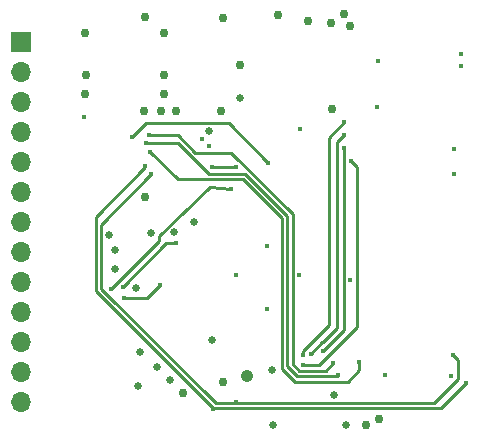
<source format=gbr>
%TF.GenerationSoftware,KiCad,Pcbnew,(5.1.6-0-10_14)*%
%TF.CreationDate,2020-07-08T18:10:58+02:00*%
%TF.ProjectId,driver-board,64726976-6572-42d6-926f-6172642e6b69,rev?*%
%TF.SameCoordinates,Original*%
%TF.FileFunction,Copper,L4,Bot*%
%TF.FilePolarity,Positive*%
%FSLAX46Y46*%
G04 Gerber Fmt 4.6, Leading zero omitted, Abs format (unit mm)*
G04 Created by KiCad (PCBNEW (5.1.6-0-10_14)) date 2020-07-08 18:10:58*
%MOMM*%
%LPD*%
G01*
G04 APERTURE LIST*
%TA.AperFunction,ComponentPad*%
%ADD10R,1.700000X1.700000*%
%TD*%
%TA.AperFunction,ComponentPad*%
%ADD11O,1.700000X1.700000*%
%TD*%
%TA.AperFunction,ViaPad*%
%ADD12C,0.750000*%
%TD*%
%TA.AperFunction,ViaPad*%
%ADD13C,0.450000*%
%TD*%
%TA.AperFunction,ViaPad*%
%ADD14C,0.650000*%
%TD*%
%TA.AperFunction,Conductor*%
%ADD15C,1.000000*%
%TD*%
%TA.AperFunction,Conductor*%
%ADD16C,0.250000*%
%TD*%
G04 APERTURE END LIST*
D10*
%TO.P,J1,1*%
%TO.N,+5V*%
X112200000Y-51100000D03*
D11*
%TO.P,J1,2*%
%TO.N,VCC*%
X112200000Y-53640000D03*
%TO.P,J1,3*%
%TO.N,GND*%
X112200000Y-56180000D03*
%TO.P,J1,4*%
%TO.N,SCK*%
X112200000Y-58720000D03*
%TO.P,J1,5*%
%TO.N,SDI*%
X112200000Y-61260000D03*
%TO.P,J1,6*%
%TO.N,SDO*%
X112200000Y-63800000D03*
%TO.P,J1,7*%
%TO.N,CS1*%
X112200000Y-66340000D03*
%TO.P,J1,8*%
%TO.N,CS2*%
X112200000Y-68880000D03*
%TO.P,J1,9*%
%TO.N,DC*%
X112200000Y-71420000D03*
%TO.P,J1,10*%
%TO.N,AUDIO*%
X112200000Y-73960000D03*
%TO.P,J1,11*%
%TO.N,IRQ*%
X112200000Y-76500000D03*
%TO.P,J1,12*%
%TO.N,FTRES*%
X112200000Y-79040000D03*
%TO.P,J1,13*%
%TO.N,DISPRES*%
X112200000Y-81580000D03*
%TD*%
D12*
%TO.N,+3V0*%
X122600000Y-56900000D03*
D13*
X127500000Y-59300000D03*
X128100000Y-59900000D03*
D12*
X125300000Y-56900000D03*
X124000000Y-56900000D03*
D14*
X120100000Y-68700000D03*
X123200000Y-67300000D03*
X133500000Y-83500000D03*
X126800000Y-66300000D03*
D13*
X143000000Y-79285002D03*
D12*
X141400000Y-83525000D03*
X142475000Y-83050000D03*
X129300000Y-79850000D03*
D14*
X128300000Y-76300000D03*
%TO.N,GND*%
X123700000Y-78600000D03*
X124800000Y-79700000D03*
D12*
X125900000Y-80800000D03*
D14*
X122200000Y-77300000D03*
X121900000Y-71900000D03*
X120100000Y-70300000D03*
X119600000Y-67400000D03*
X125100000Y-67200000D03*
D13*
X117500000Y-57400000D03*
D12*
X117600000Y-50300000D03*
X117700000Y-53900000D03*
X124300000Y-50300000D03*
X124300000Y-53900000D03*
X124300000Y-55500000D03*
X117600000Y-55500000D03*
X130700000Y-53000000D03*
D14*
X128100000Y-58600000D03*
X139700000Y-83500000D03*
X138700000Y-81000000D03*
D13*
X149400000Y-52100000D03*
X142400000Y-52700000D03*
X149400000Y-53100000D03*
X130400001Y-70800000D03*
X133000000Y-68325128D03*
X133000000Y-73700000D03*
X135700000Y-70800000D03*
X140050010Y-71200000D03*
X142300000Y-56600000D03*
X148600000Y-79400000D03*
D14*
X133400000Y-78900000D03*
D13*
X148800000Y-62300000D03*
X148825000Y-60125000D03*
D12*
X139975000Y-49700000D03*
D14*
X122100000Y-80200000D03*
D12*
X139550000Y-48750000D03*
X138400000Y-49525000D03*
X138500000Y-56775000D03*
D14*
X130700000Y-55850000D03*
D13*
X135750000Y-58450000D03*
D12*
%TO.N,VCC*%
X122700000Y-64200000D03*
%TO.N,+5V*%
X122700000Y-49000000D03*
X129300000Y-49100000D03*
X133900000Y-48800000D03*
X136500000Y-49300000D03*
%TO.N,+3V3*%
X129100000Y-56900000D03*
X131300000Y-79400000D03*
D13*
%TO.N,AUDIO*%
X119800000Y-72000000D03*
X129900000Y-63500000D03*
%TO.N,DC_3V*%
X148700000Y-77600000D03*
X123200000Y-62300000D03*
X130324999Y-81550011D03*
%TO.N,CS2_3V*%
X149800000Y-80000000D03*
X122700000Y-61600000D03*
X128425522Y-82158135D03*
%TO.N,CS1_3V*%
X121600000Y-59100000D03*
X133100000Y-61300000D03*
%TO.N,DE*%
X140100000Y-61200000D03*
X136000000Y-78400000D03*
%TO.N,VSYNC*%
X139500000Y-57900000D03*
X136000000Y-77600000D03*
%TO.N,HSYNC*%
X139500000Y-59000000D03*
X136700000Y-77500000D03*
%TO.N,PCLK*%
X139500000Y-60100000D03*
X137738916Y-77238916D03*
%TO.N,FTRES*%
X120900000Y-72800000D03*
X123900000Y-71700000D03*
%TO.N,IRQ*%
X125300000Y-68150000D03*
X120800000Y-71800000D03*
%TO.N,SCK_3V*%
X123000000Y-59000000D03*
X138600000Y-78300000D03*
%TO.N,SDI_3V*%
X122773952Y-59675000D03*
X138999990Y-79300020D03*
%TO.N,SDO_3V*%
X123086084Y-60363916D03*
X140800000Y-78200000D03*
%TO.N,SDI_BUFFER*%
X130400000Y-61700000D03*
X128317730Y-61682270D03*
%TD*%
D15*
%TO.N,+3V3*%
X131325001Y-79374999D02*
X131300000Y-79400000D01*
D16*
%TO.N,AUDIO*%
X123850001Y-67949999D02*
X119800000Y-72000000D01*
X123850001Y-67487997D02*
X123850001Y-67949999D01*
X128137998Y-63400000D02*
X123850001Y-67487997D01*
X129900000Y-63500000D02*
X128137998Y-63400000D01*
%TO.N,DC_3V*%
X118949999Y-66550001D02*
X123200000Y-62300000D01*
X128635999Y-81650001D02*
X118949999Y-71964001D01*
X148700000Y-77600000D02*
X149150001Y-78050001D01*
X147164001Y-81650001D02*
X128635999Y-81650001D01*
X118949999Y-71964001D02*
X118949999Y-66550001D01*
X149150001Y-79664001D02*
X147164001Y-81650001D01*
X149150001Y-78050001D02*
X149150001Y-79664001D01*
%TO.N,CS2_3V*%
X118499989Y-72150401D02*
X118499989Y-65900011D01*
X128449598Y-82100010D02*
X118499989Y-72150401D01*
X147699989Y-82100011D02*
X128449598Y-82100010D01*
X149800000Y-80000000D02*
X147699989Y-82100011D01*
X122700000Y-61700000D02*
X122700000Y-61600000D01*
X118499989Y-65900011D02*
X122700000Y-61700000D01*
%TO.N,CS1_3V*%
X122750001Y-57949999D02*
X129749999Y-57949999D01*
X129749999Y-57949999D02*
X133100000Y-61300000D01*
X121600000Y-59100000D02*
X122750001Y-57949999D01*
%TO.N,DE*%
X137391834Y-78400000D02*
X136000000Y-78400000D01*
X140600011Y-75191823D02*
X137391834Y-78400000D01*
X140600011Y-61700011D02*
X140600011Y-75191823D01*
X140100000Y-61200000D02*
X140600011Y-61700011D01*
%TO.N,VSYNC*%
X136000000Y-77281802D02*
X138200000Y-75081802D01*
X138200000Y-59200000D02*
X139500000Y-57900000D01*
X136000000Y-77600000D02*
X136000000Y-77281802D01*
X138200000Y-75081802D02*
X138200000Y-59200000D01*
%TO.N,HSYNC*%
X138949999Y-59550001D02*
X138949999Y-75286411D01*
X139500000Y-59000000D02*
X138949999Y-59550001D01*
X138949999Y-75286411D02*
X138650009Y-75586401D01*
X138650009Y-75586401D02*
X137718205Y-76518205D01*
X137681795Y-76518205D02*
X136700000Y-77500000D01*
X137718205Y-76518205D02*
X137681795Y-76518205D01*
%TO.N,PCLK*%
X139500000Y-75477832D02*
X137738916Y-77238916D01*
X139500000Y-60100000D02*
X139500000Y-75477832D01*
%TO.N,FTRES*%
X122800000Y-72800000D02*
X123900000Y-71700000D01*
X120900000Y-72800000D02*
X122800000Y-72800000D01*
%TO.N,IRQ*%
X124450000Y-68150000D02*
X120800000Y-71800000D01*
X125300000Y-68150000D02*
X124450000Y-68150000D01*
%TO.N,SCK_3V*%
X125436410Y-59000000D02*
X123000000Y-59000000D01*
X135735999Y-78950001D02*
X135149999Y-78364001D01*
X135149999Y-78364001D02*
X135149999Y-65635997D01*
X135149999Y-65635997D02*
X129964003Y-60450001D01*
X126886411Y-60450001D02*
X125436410Y-59000000D01*
X129964003Y-60450001D02*
X126886411Y-60450001D01*
X137949999Y-78950001D02*
X135735999Y-78950001D01*
X138600000Y-78300000D02*
X137949999Y-78950001D01*
%TO.N,SDI_3V*%
X138899999Y-79400011D02*
X138999990Y-79300020D01*
X134699990Y-78550402D02*
X135549599Y-79400011D01*
X135549599Y-79400011D02*
X138899999Y-79400011D01*
X125475000Y-59675000D02*
X128050001Y-62250001D01*
X134699989Y-65822397D02*
X134699990Y-78550402D01*
X128050001Y-62250001D02*
X131127593Y-62250001D01*
X131127593Y-62250001D02*
X134699989Y-65822397D01*
X122773952Y-59675000D02*
X125475000Y-59675000D01*
%TO.N,SDO_3V*%
X134249979Y-66008797D02*
X130941193Y-62700011D01*
X134249979Y-78736799D02*
X134249979Y-66008797D01*
X135363200Y-79850020D02*
X134249979Y-78736799D01*
X139849980Y-79850020D02*
X135363200Y-79850020D01*
X140800000Y-78900000D02*
X139849980Y-79850020D01*
X125422179Y-62700011D02*
X123086084Y-60363916D01*
X130941193Y-62700011D02*
X125422179Y-62700011D01*
X140800000Y-78200000D02*
X140800000Y-78900000D01*
%TO.N,SDI_BUFFER*%
X128335460Y-61700000D02*
X130400000Y-61700000D01*
X128317730Y-61682270D02*
X128335460Y-61700000D01*
%TD*%
M02*

</source>
